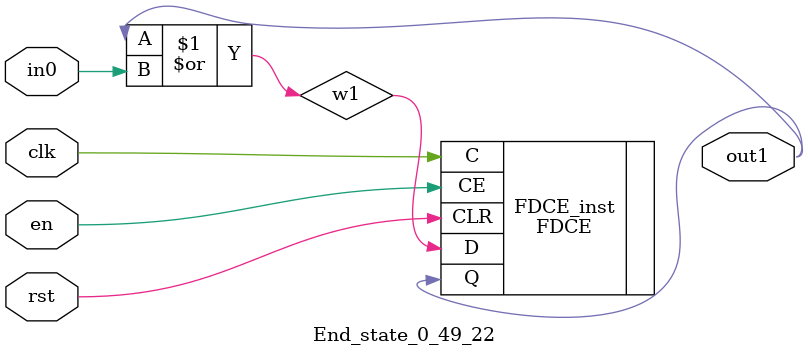
<source format=v>
module engine_0_49(out,clk,sod,en, in_0, in_8, in_12, in_14, in_15, in_16, in_18, in_21, in_29, in_30, in_37, in_56, in_63, in_65);
//pcre: /^SSKC[^\r\n]*v2\x2E0[^\r\n]*Startup[^\r\n]*at/smi
//block char: ^[9], S[0], \x2E[8], v[0], a[0], r[0], c[0], p[0], u[0], t[0], [^\r\n][2], 2[0], 0[0], K[0], 

	input clk,sod,en;

	input in_0, in_8, in_12, in_14, in_15, in_16, in_18, in_21, in_29, in_30, in_37, in_56, in_63, in_65;
	output out;

	assign w0 = 1'b1;
	state_0_49_1 BlockState_0_49_1 (w1,in_0,clk,en,sod,w0);
	state_0_49_2 BlockState_0_49_2 (w2,in_8,clk,en,sod,w1);
	state_0_49_3 BlockState_0_49_3 (w3,in_8,clk,en,sod,w2);
	state_0_49_4 BlockState_0_49_4 (w4,in_65,clk,en,sod,w3);
	state_0_49_5 BlockState_0_49_5 (w5,in_18,clk,en,sod,w4);
	state_0_49_6 BlockState_0_49_6 (w6,in_37,clk,en,sod,w6,w5);
	state_0_49_7 BlockState_0_49_7 (w7,in_14,clk,en,sod,w5,w6);
	state_0_49_8 BlockState_0_49_8 (w8,in_56,clk,en,sod,w7);
	state_0_49_9 BlockState_0_49_9 (w9,in_12,clk,en,sod,w8);
	state_0_49_10 BlockState_0_49_10 (w10,in_63,clk,en,sod,w9);
	state_0_49_11 BlockState_0_49_11 (w11,in_37,clk,en,sod,w11,w10);
	state_0_49_12 BlockState_0_49_12 (w12,in_8,clk,en,sod,w10,w11);
	state_0_49_13 BlockState_0_49_13 (w13,in_30,clk,en,sod,w12);
	state_0_49_14 BlockState_0_49_14 (w14,in_15,clk,en,sod,w13);
	state_0_49_15 BlockState_0_49_15 (w15,in_16,clk,en,sod,w14);
	state_0_49_16 BlockState_0_49_16 (w16,in_30,clk,en,sod,w15);
	state_0_49_17 BlockState_0_49_17 (w17,in_29,clk,en,sod,w16);
	state_0_49_18 BlockState_0_49_18 (w18,in_21,clk,en,sod,w17);
	state_0_49_19 BlockState_0_49_19 (w19,in_37,clk,en,sod,w19,w18);
	state_0_49_20 BlockState_0_49_20 (w20,in_15,clk,en,sod,w18,w19);
	state_0_49_21 BlockState_0_49_21 (w21,in_30,clk,en,sod,w20);
	End_state_0_49_22 BlockState_0_49_22 (out,clk,en,sod,w21);
endmodule

module state_0_49_1(out1,in_char,clk,en,rst,in0);
	input in_char,clk,en,rst,in0;
	output out1;
	wire w1,w2;
	assign w1 = in0; 
	and(w2,in_char,w1);
	FDCE #(.INIT(1'b0)) FDCE_inst (
		.Q(out1),
		.C(clk),
		.CE(en),
		.CLR(rst),
		.D(w2)
);
endmodule

module state_0_49_2(out1,in_char,clk,en,rst,in0);
	input in_char,clk,en,rst,in0;
	output out1;
	wire w1,w2;
	assign w1 = in0; 
	and(w2,in_char,w1);
	FDCE #(.INIT(1'b0)) FDCE_inst (
		.Q(out1),
		.C(clk),
		.CE(en),
		.CLR(rst),
		.D(w2)
);
endmodule

module state_0_49_3(out1,in_char,clk,en,rst,in0);
	input in_char,clk,en,rst,in0;
	output out1;
	wire w1,w2;
	assign w1 = in0; 
	and(w2,in_char,w1);
	FDCE #(.INIT(1'b0)) FDCE_inst (
		.Q(out1),
		.C(clk),
		.CE(en),
		.CLR(rst),
		.D(w2)
);
endmodule

module state_0_49_4(out1,in_char,clk,en,rst,in0);
	input in_char,clk,en,rst,in0;
	output out1;
	wire w1,w2;
	assign w1 = in0; 
	and(w2,in_char,w1);
	FDCE #(.INIT(1'b0)) FDCE_inst (
		.Q(out1),
		.C(clk),
		.CE(en),
		.CLR(rst),
		.D(w2)
);
endmodule

module state_0_49_5(out1,in_char,clk,en,rst,in0);
	input in_char,clk,en,rst,in0;
	output out1;
	wire w1,w2;
	assign w1 = in0; 
	and(w2,in_char,w1);
	FDCE #(.INIT(1'b0)) FDCE_inst (
		.Q(out1),
		.C(clk),
		.CE(en),
		.CLR(rst),
		.D(w2)
);
endmodule

module state_0_49_6(out1,in_char,clk,en,rst,in0,in1);
	input in_char,clk,en,rst,in0,in1;
	output out1;
	wire w1,w2;
	or(w1,in0,in1);
	and(w2,in_char,w1);
	FDCE #(.INIT(1'b0)) FDCE_inst (
		.Q(out1),
		.C(clk),
		.CE(en),
		.CLR(rst),
		.D(w2)
);
endmodule

module state_0_49_7(out1,in_char,clk,en,rst,in0,in1);
	input in_char,clk,en,rst,in0,in1;
	output out1;
	wire w1,w2;
	or(w1,in0,in1);
	and(w2,in_char,w1);
	FDCE #(.INIT(1'b0)) FDCE_inst (
		.Q(out1),
		.C(clk),
		.CE(en),
		.CLR(rst),
		.D(w2)
);
endmodule

module state_0_49_8(out1,in_char,clk,en,rst,in0);
	input in_char,clk,en,rst,in0;
	output out1;
	wire w1,w2;
	assign w1 = in0; 
	and(w2,in_char,w1);
	FDCE #(.INIT(1'b0)) FDCE_inst (
		.Q(out1),
		.C(clk),
		.CE(en),
		.CLR(rst),
		.D(w2)
);
endmodule

module state_0_49_9(out1,in_char,clk,en,rst,in0);
	input in_char,clk,en,rst,in0;
	output out1;
	wire w1,w2;
	assign w1 = in0; 
	and(w2,in_char,w1);
	FDCE #(.INIT(1'b0)) FDCE_inst (
		.Q(out1),
		.C(clk),
		.CE(en),
		.CLR(rst),
		.D(w2)
);
endmodule

module state_0_49_10(out1,in_char,clk,en,rst,in0);
	input in_char,clk,en,rst,in0;
	output out1;
	wire w1,w2;
	assign w1 = in0; 
	and(w2,in_char,w1);
	FDCE #(.INIT(1'b0)) FDCE_inst (
		.Q(out1),
		.C(clk),
		.CE(en),
		.CLR(rst),
		.D(w2)
);
endmodule

module state_0_49_11(out1,in_char,clk,en,rst,in0,in1);
	input in_char,clk,en,rst,in0,in1;
	output out1;
	wire w1,w2;
	or(w1,in0,in1);
	and(w2,in_char,w1);
	FDCE #(.INIT(1'b0)) FDCE_inst (
		.Q(out1),
		.C(clk),
		.CE(en),
		.CLR(rst),
		.D(w2)
);
endmodule

module state_0_49_12(out1,in_char,clk,en,rst,in0,in1);
	input in_char,clk,en,rst,in0,in1;
	output out1;
	wire w1,w2;
	or(w1,in0,in1);
	and(w2,in_char,w1);
	FDCE #(.INIT(1'b0)) FDCE_inst (
		.Q(out1),
		.C(clk),
		.CE(en),
		.CLR(rst),
		.D(w2)
);
endmodule

module state_0_49_13(out1,in_char,clk,en,rst,in0);
	input in_char,clk,en,rst,in0;
	output out1;
	wire w1,w2;
	assign w1 = in0; 
	and(w2,in_char,w1);
	FDCE #(.INIT(1'b0)) FDCE_inst (
		.Q(out1),
		.C(clk),
		.CE(en),
		.CLR(rst),
		.D(w2)
);
endmodule

module state_0_49_14(out1,in_char,clk,en,rst,in0);
	input in_char,clk,en,rst,in0;
	output out1;
	wire w1,w2;
	assign w1 = in0; 
	and(w2,in_char,w1);
	FDCE #(.INIT(1'b0)) FDCE_inst (
		.Q(out1),
		.C(clk),
		.CE(en),
		.CLR(rst),
		.D(w2)
);
endmodule

module state_0_49_15(out1,in_char,clk,en,rst,in0);
	input in_char,clk,en,rst,in0;
	output out1;
	wire w1,w2;
	assign w1 = in0; 
	and(w2,in_char,w1);
	FDCE #(.INIT(1'b0)) FDCE_inst (
		.Q(out1),
		.C(clk),
		.CE(en),
		.CLR(rst),
		.D(w2)
);
endmodule

module state_0_49_16(out1,in_char,clk,en,rst,in0);
	input in_char,clk,en,rst,in0;
	output out1;
	wire w1,w2;
	assign w1 = in0; 
	and(w2,in_char,w1);
	FDCE #(.INIT(1'b0)) FDCE_inst (
		.Q(out1),
		.C(clk),
		.CE(en),
		.CLR(rst),
		.D(w2)
);
endmodule

module state_0_49_17(out1,in_char,clk,en,rst,in0);
	input in_char,clk,en,rst,in0;
	output out1;
	wire w1,w2;
	assign w1 = in0; 
	and(w2,in_char,w1);
	FDCE #(.INIT(1'b0)) FDCE_inst (
		.Q(out1),
		.C(clk),
		.CE(en),
		.CLR(rst),
		.D(w2)
);
endmodule

module state_0_49_18(out1,in_char,clk,en,rst,in0);
	input in_char,clk,en,rst,in0;
	output out1;
	wire w1,w2;
	assign w1 = in0; 
	and(w2,in_char,w1);
	FDCE #(.INIT(1'b0)) FDCE_inst (
		.Q(out1),
		.C(clk),
		.CE(en),
		.CLR(rst),
		.D(w2)
);
endmodule

module state_0_49_19(out1,in_char,clk,en,rst,in0,in1);
	input in_char,clk,en,rst,in0,in1;
	output out1;
	wire w1,w2;
	or(w1,in0,in1);
	and(w2,in_char,w1);
	FDCE #(.INIT(1'b0)) FDCE_inst (
		.Q(out1),
		.C(clk),
		.CE(en),
		.CLR(rst),
		.D(w2)
);
endmodule

module state_0_49_20(out1,in_char,clk,en,rst,in0,in1);
	input in_char,clk,en,rst,in0,in1;
	output out1;
	wire w1,w2;
	or(w1,in0,in1);
	and(w2,in_char,w1);
	FDCE #(.INIT(1'b0)) FDCE_inst (
		.Q(out1),
		.C(clk),
		.CE(en),
		.CLR(rst),
		.D(w2)
);
endmodule

module state_0_49_21(out1,in_char,clk,en,rst,in0);
	input in_char,clk,en,rst,in0;
	output out1;
	wire w1,w2;
	assign w1 = in0; 
	and(w2,in_char,w1);
	FDCE #(.INIT(1'b0)) FDCE_inst (
		.Q(out1),
		.C(clk),
		.CE(en),
		.CLR(rst),
		.D(w2)
);
endmodule

module End_state_0_49_22(out1,clk,en,rst,in0);
	input clk,rst,en,in0;
	output out1;
	wire w1;
	or(w1,out1,in0);
	FDCE #(.INIT(1'b0)) FDCE_inst (
		.Q(out1),
		.C(clk),
		.CE(en),
		.CLR(rst),
		.D(w1)
);
endmodule


</source>
